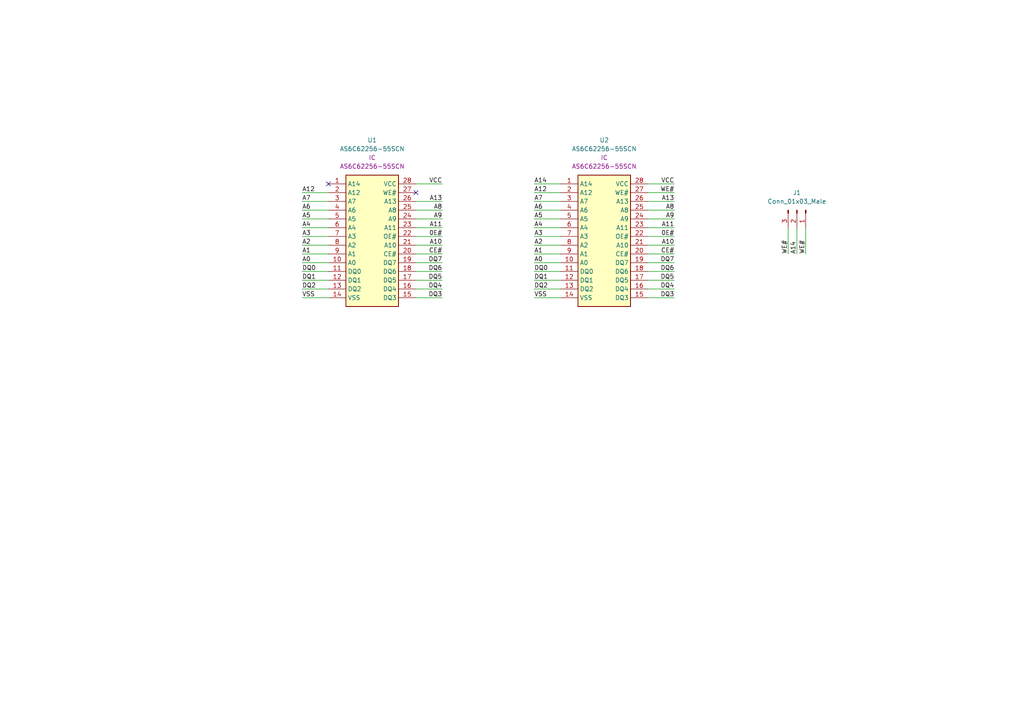
<source format=kicad_sch>
(kicad_sch (version 20211123) (generator eeschema)

  (uuid e76ca692-628a-4ac0-a633-8adada928bd6)

  (paper "A4")

  (lib_symbols
    (symbol "BBCB-SWRAM-32:AS6C62256-55SCN" (in_bom yes) (on_board yes)
      (property "Reference" "" (id 0) (at 0 0 0)
        (effects (font (size 1.27 1.27)))
      )
      (property "Value" "AS6C62256-55SCN" (id 1) (at 0 0 0)
        (effects (font (size 1.27 1.27)))
      )
      (property "Footprint" "" (id 2) (at 0 0 0)
        (effects (font (size 1.27 1.27)) hide)
      )
      (property "Datasheet" "" (id 3) (at 0 0 0)
        (effects (font (size 1.27 1.27)) hide)
      )
      (property "Reference_1" "IC" (id 4) (at 21.59 7.62 0)
        (effects (font (size 1.27 1.27)) (justify left top))
      )
      (property "Value_1" "AS6C62256-55SCN" (id 5) (at 21.59 5.08 0)
        (effects (font (size 1.27 1.27)) (justify left top))
      )
      (property "Footprint_1" "SOIC127P1181X305-28N" (id 6) (at 21.59 -94.92 0)
        (effects (font (size 1.27 1.27)) (justify left top) hide)
      )
      (property "Datasheet_1" "https://www.alliancememory.com/wp-content/uploads/pdf/AS6C62256.pdf" (id 7) (at 21.59 -194.92 0)
        (effects (font (size 1.27 1.27)) (justify left top) hide)
      )
      (property "Height" "3.048" (id 8) (at 21.59 -394.92 0)
        (effects (font (size 1.27 1.27)) (justify left top) hide)
      )
      (property "Mouser Part Number" "913-AS6C62256-55SCN" (id 9) (at 21.59 -494.92 0)
        (effects (font (size 1.27 1.27)) (justify left top) hide)
      )
      (property "Mouser Price/Stock" "https://www.mouser.co.uk/ProductDetail/Alliance-Memory/AS6C62256-55SCN?qs=LD2UibpCYJoDSireblKcbg%3D%3D" (id 10) (at 21.59 -594.92 0)
        (effects (font (size 1.27 1.27)) (justify left top) hide)
      )
      (property "Manufacturer_Name" "Alliance Memory" (id 11) (at 21.59 -694.92 0)
        (effects (font (size 1.27 1.27)) (justify left top) hide)
      )
      (property "Manufacturer_Part_Number" "AS6C62256-55SCN" (id 12) (at 21.59 -794.92 0)
        (effects (font (size 1.27 1.27)) (justify left top) hide)
      )
      (property "ki_description" "SRAM 256K, 2.7-5.5V, 55ns 32K x 8 Asynch SRAM" (id 13) (at 0 0 0)
        (effects (font (size 1.27 1.27)) hide)
      )
      (symbol "AS6C62256-55SCN_1_1"
        (rectangle (start 5.08 2.54) (end 20.32 -35.56)
          (stroke (width 0.254) (type default) (color 0 0 0 0))
          (fill (type background))
        )
        (pin passive line (at 0 0 0) (length 5.08)
          (name "A14" (effects (font (size 1.27 1.27))))
          (number "1" (effects (font (size 1.27 1.27))))
        )
        (pin passive line (at 0 -22.86 0) (length 5.08)
          (name "A0" (effects (font (size 1.27 1.27))))
          (number "10" (effects (font (size 1.27 1.27))))
        )
        (pin passive line (at 0 -25.4 0) (length 5.08)
          (name "DQ0" (effects (font (size 1.27 1.27))))
          (number "11" (effects (font (size 1.27 1.27))))
        )
        (pin passive line (at 0 -27.94 0) (length 5.08)
          (name "DQ1" (effects (font (size 1.27 1.27))))
          (number "12" (effects (font (size 1.27 1.27))))
        )
        (pin passive line (at 0 -30.48 0) (length 5.08)
          (name "DQ2" (effects (font (size 1.27 1.27))))
          (number "13" (effects (font (size 1.27 1.27))))
        )
        (pin passive line (at 0 -33.02 0) (length 5.08)
          (name "VSS" (effects (font (size 1.27 1.27))))
          (number "14" (effects (font (size 1.27 1.27))))
        )
        (pin passive line (at 25.4 -33.02 180) (length 5.08)
          (name "DQ3" (effects (font (size 1.27 1.27))))
          (number "15" (effects (font (size 1.27 1.27))))
        )
        (pin passive line (at 25.4 -30.48 180) (length 5.08)
          (name "DQ4" (effects (font (size 1.27 1.27))))
          (number "16" (effects (font (size 1.27 1.27))))
        )
        (pin passive line (at 25.4 -27.94 180) (length 5.08)
          (name "DQ5" (effects (font (size 1.27 1.27))))
          (number "17" (effects (font (size 1.27 1.27))))
        )
        (pin passive line (at 25.4 -25.4 180) (length 5.08)
          (name "DQ6" (effects (font (size 1.27 1.27))))
          (number "18" (effects (font (size 1.27 1.27))))
        )
        (pin passive line (at 25.4 -22.86 180) (length 5.08)
          (name "DQ7" (effects (font (size 1.27 1.27))))
          (number "19" (effects (font (size 1.27 1.27))))
        )
        (pin passive line (at 0 -2.54 0) (length 5.08)
          (name "A12" (effects (font (size 1.27 1.27))))
          (number "2" (effects (font (size 1.27 1.27))))
        )
        (pin passive line (at 25.4 -20.32 180) (length 5.08)
          (name "CE#" (effects (font (size 1.27 1.27))))
          (number "20" (effects (font (size 1.27 1.27))))
        )
        (pin passive line (at 25.4 -17.78 180) (length 5.08)
          (name "A10" (effects (font (size 1.27 1.27))))
          (number "21" (effects (font (size 1.27 1.27))))
        )
        (pin passive line (at 25.4 -15.24 180) (length 5.08)
          (name "OE#" (effects (font (size 1.27 1.27))))
          (number "22" (effects (font (size 1.27 1.27))))
        )
        (pin passive line (at 25.4 -12.7 180) (length 5.08)
          (name "A11" (effects (font (size 1.27 1.27))))
          (number "23" (effects (font (size 1.27 1.27))))
        )
        (pin passive line (at 25.4 -10.16 180) (length 5.08)
          (name "A9" (effects (font (size 1.27 1.27))))
          (number "24" (effects (font (size 1.27 1.27))))
        )
        (pin passive line (at 25.4 -7.62 180) (length 5.08)
          (name "A8" (effects (font (size 1.27 1.27))))
          (number "25" (effects (font (size 1.27 1.27))))
        )
        (pin passive line (at 25.4 -5.08 180) (length 5.08)
          (name "A13" (effects (font (size 1.27 1.27))))
          (number "26" (effects (font (size 1.27 1.27))))
        )
        (pin passive line (at 25.4 -2.54 180) (length 5.08)
          (name "WE#" (effects (font (size 1.27 1.27))))
          (number "27" (effects (font (size 1.27 1.27))))
        )
        (pin passive line (at 25.4 0 180) (length 5.08)
          (name "VCC" (effects (font (size 1.27 1.27))))
          (number "28" (effects (font (size 1.27 1.27))))
        )
        (pin passive line (at 0 -5.08 0) (length 5.08)
          (name "A7" (effects (font (size 1.27 1.27))))
          (number "3" (effects (font (size 1.27 1.27))))
        )
        (pin passive line (at 0 -7.62 0) (length 5.08)
          (name "A6" (effects (font (size 1.27 1.27))))
          (number "4" (effects (font (size 1.27 1.27))))
        )
        (pin passive line (at 0 -10.16 0) (length 5.08)
          (name "A5" (effects (font (size 1.27 1.27))))
          (number "5" (effects (font (size 1.27 1.27))))
        )
        (pin passive line (at 0 -12.7 0) (length 5.08)
          (name "A4" (effects (font (size 1.27 1.27))))
          (number "6" (effects (font (size 1.27 1.27))))
        )
        (pin passive line (at 0 -15.24 0) (length 5.08)
          (name "A3" (effects (font (size 1.27 1.27))))
          (number "7" (effects (font (size 1.27 1.27))))
        )
        (pin passive line (at 0 -17.78 0) (length 5.08)
          (name "A2" (effects (font (size 1.27 1.27))))
          (number "8" (effects (font (size 1.27 1.27))))
        )
        (pin passive line (at 0 -20.32 0) (length 5.08)
          (name "A1" (effects (font (size 1.27 1.27))))
          (number "9" (effects (font (size 1.27 1.27))))
        )
      )
    )
    (symbol "Connector:Conn_01x03_Male" (pin_names (offset 1.016) hide) (in_bom yes) (on_board yes)
      (property "Reference" "J" (id 0) (at 0 5.08 0)
        (effects (font (size 1.27 1.27)))
      )
      (property "Value" "Conn_01x03_Male" (id 1) (at 0 -5.08 0)
        (effects (font (size 1.27 1.27)))
      )
      (property "Footprint" "" (id 2) (at 0 0 0)
        (effects (font (size 1.27 1.27)) hide)
      )
      (property "Datasheet" "~" (id 3) (at 0 0 0)
        (effects (font (size 1.27 1.27)) hide)
      )
      (property "ki_keywords" "connector" (id 4) (at 0 0 0)
        (effects (font (size 1.27 1.27)) hide)
      )
      (property "ki_description" "Generic connector, single row, 01x03, script generated (kicad-library-utils/schlib/autogen/connector/)" (id 5) (at 0 0 0)
        (effects (font (size 1.27 1.27)) hide)
      )
      (property "ki_fp_filters" "Connector*:*_1x??_*" (id 6) (at 0 0 0)
        (effects (font (size 1.27 1.27)) hide)
      )
      (symbol "Conn_01x03_Male_1_1"
        (polyline
          (pts
            (xy 1.27 -2.54)
            (xy 0.8636 -2.54)
          )
          (stroke (width 0.1524) (type default) (color 0 0 0 0))
          (fill (type none))
        )
        (polyline
          (pts
            (xy 1.27 0)
            (xy 0.8636 0)
          )
          (stroke (width 0.1524) (type default) (color 0 0 0 0))
          (fill (type none))
        )
        (polyline
          (pts
            (xy 1.27 2.54)
            (xy 0.8636 2.54)
          )
          (stroke (width 0.1524) (type default) (color 0 0 0 0))
          (fill (type none))
        )
        (rectangle (start 0.8636 -2.413) (end 0 -2.667)
          (stroke (width 0.1524) (type default) (color 0 0 0 0))
          (fill (type outline))
        )
        (rectangle (start 0.8636 0.127) (end 0 -0.127)
          (stroke (width 0.1524) (type default) (color 0 0 0 0))
          (fill (type outline))
        )
        (rectangle (start 0.8636 2.667) (end 0 2.413)
          (stroke (width 0.1524) (type default) (color 0 0 0 0))
          (fill (type outline))
        )
        (pin passive line (at 5.08 2.54 180) (length 3.81)
          (name "Pin_1" (effects (font (size 1.27 1.27))))
          (number "1" (effects (font (size 1.27 1.27))))
        )
        (pin passive line (at 5.08 0 180) (length 3.81)
          (name "Pin_2" (effects (font (size 1.27 1.27))))
          (number "2" (effects (font (size 1.27 1.27))))
        )
        (pin passive line (at 5.08 -2.54 180) (length 3.81)
          (name "Pin_3" (effects (font (size 1.27 1.27))))
          (number "3" (effects (font (size 1.27 1.27))))
        )
      )
    )
  )


  (no_connect (at 120.65 55.88) (uuid 34ed7345-fe41-46b5-94b6-dcf7b7344ab5))
  (no_connect (at 95.25 53.34) (uuid 60565379-3a80-4115-b761-784f75ebdb34))

  (wire (pts (xy 87.63 86.36) (xy 95.25 86.36))
    (stroke (width 0) (type default) (color 0 0 0 0))
    (uuid 023ff7d4-bc94-4d22-8c99-9e2fc4b69504)
  )
  (wire (pts (xy 120.65 86.36) (xy 128.27 86.36))
    (stroke (width 0) (type default) (color 0 0 0 0))
    (uuid 0cf072ff-9781-4776-bdeb-43f4b43a5448)
  )
  (wire (pts (xy 120.65 71.12) (xy 128.27 71.12))
    (stroke (width 0) (type default) (color 0 0 0 0))
    (uuid 0fc6f64e-1015-4ff8-9996-9074cc207d04)
  )
  (wire (pts (xy 120.65 58.42) (xy 128.27 58.42))
    (stroke (width 0) (type default) (color 0 0 0 0))
    (uuid 12b9ecf5-b0cb-40d8-85b6-406fced9d17c)
  )
  (wire (pts (xy 187.96 66.04) (xy 195.58 66.04))
    (stroke (width 0) (type default) (color 0 0 0 0))
    (uuid 194ae8b8-26da-428d-b893-732db379512e)
  )
  (wire (pts (xy 87.63 73.66) (xy 95.25 73.66))
    (stroke (width 0) (type default) (color 0 0 0 0))
    (uuid 2927649e-84b9-431e-ae01-9ad6fb0310a8)
  )
  (wire (pts (xy 87.63 81.28) (xy 95.25 81.28))
    (stroke (width 0) (type default) (color 0 0 0 0))
    (uuid 2bf7996e-5053-4ee4-8800-b892afdc9ec0)
  )
  (wire (pts (xy 187.96 78.74) (xy 195.58 78.74))
    (stroke (width 0) (type default) (color 0 0 0 0))
    (uuid 2e6cb2f9-161d-4fc8-a6ec-fd8d18e0bcdd)
  )
  (wire (pts (xy 120.65 63.5) (xy 128.27 63.5))
    (stroke (width 0) (type default) (color 0 0 0 0))
    (uuid 32888cd8-1720-4aa4-9338-c0a58dd9ca99)
  )
  (wire (pts (xy 187.96 73.66) (xy 195.58 73.66))
    (stroke (width 0) (type default) (color 0 0 0 0))
    (uuid 3619f9a5-3f98-4d27-909e-68c69947c25e)
  )
  (wire (pts (xy 120.65 76.2) (xy 128.27 76.2))
    (stroke (width 0) (type default) (color 0 0 0 0))
    (uuid 3c81b6e9-add4-47b3-9154-1514d76cfe21)
  )
  (wire (pts (xy 154.94 81.28) (xy 162.56 81.28))
    (stroke (width 0) (type default) (color 0 0 0 0))
    (uuid 4c05aee2-5b73-4c85-92ab-94592a350c51)
  )
  (wire (pts (xy 154.94 86.36) (xy 162.56 86.36))
    (stroke (width 0) (type default) (color 0 0 0 0))
    (uuid 51ec83ab-3b36-48d8-8ef5-1ec240bd29ea)
  )
  (wire (pts (xy 187.96 58.42) (xy 195.58 58.42))
    (stroke (width 0) (type default) (color 0 0 0 0))
    (uuid 5234b5d2-4df3-410e-b010-58322e1509ea)
  )
  (wire (pts (xy 120.65 81.28) (xy 128.27 81.28))
    (stroke (width 0) (type default) (color 0 0 0 0))
    (uuid 5fcdcde3-347c-46df-82d1-9d6094947c9a)
  )
  (wire (pts (xy 120.65 53.34) (xy 128.27 53.34))
    (stroke (width 0) (type default) (color 0 0 0 0))
    (uuid 62f04b81-4a40-40a6-9394-7df79e2f188e)
  )
  (wire (pts (xy 120.65 78.74) (xy 128.27 78.74))
    (stroke (width 0) (type default) (color 0 0 0 0))
    (uuid 6e10fe70-fee3-4d83-a129-76797eaf7d55)
  )
  (wire (pts (xy 87.63 71.12) (xy 95.25 71.12))
    (stroke (width 0) (type default) (color 0 0 0 0))
    (uuid 718aa017-4f5d-4725-86d1-9aef2428cac3)
  )
  (wire (pts (xy 120.65 66.04) (xy 128.27 66.04))
    (stroke (width 0) (type default) (color 0 0 0 0))
    (uuid 792bfdab-fbeb-40f1-a277-9ccc78a8b712)
  )
  (wire (pts (xy 154.94 60.96) (xy 162.56 60.96))
    (stroke (width 0) (type default) (color 0 0 0 0))
    (uuid 7f4105bb-8e4e-4ae8-91b6-18f6ce8f5075)
  )
  (wire (pts (xy 228.6 66.04) (xy 228.6 73.66))
    (stroke (width 0) (type default) (color 0 0 0 0))
    (uuid 815feb9c-1b61-4b69-b112-27ad0164afcb)
  )
  (wire (pts (xy 231.14 66.04) (xy 231.14 73.66))
    (stroke (width 0) (type default) (color 0 0 0 0))
    (uuid 81b9f685-6b8e-4871-ab04-9967faa6969c)
  )
  (wire (pts (xy 187.96 71.12) (xy 195.58 71.12))
    (stroke (width 0) (type default) (color 0 0 0 0))
    (uuid 873e46fc-cb9e-4139-af4c-09bb61ff68dd)
  )
  (wire (pts (xy 154.94 78.74) (xy 162.56 78.74))
    (stroke (width 0) (type default) (color 0 0 0 0))
    (uuid 8eb624df-e635-4c0b-a93c-2130d259a2e9)
  )
  (wire (pts (xy 154.94 58.42) (xy 162.56 58.42))
    (stroke (width 0) (type default) (color 0 0 0 0))
    (uuid 8fc04736-1096-4c40-8c52-a2a6d5d66239)
  )
  (wire (pts (xy 154.94 73.66) (xy 162.56 73.66))
    (stroke (width 0) (type default) (color 0 0 0 0))
    (uuid 970d2467-00cd-4e2f-a432-225de17e8838)
  )
  (wire (pts (xy 87.63 58.42) (xy 95.25 58.42))
    (stroke (width 0) (type default) (color 0 0 0 0))
    (uuid 986077ae-e85d-4d24-984f-f248aa9cd718)
  )
  (wire (pts (xy 154.94 66.04) (xy 162.56 66.04))
    (stroke (width 0) (type default) (color 0 0 0 0))
    (uuid 9acc1f29-6a9c-4aba-a5e2-e006cb62481a)
  )
  (wire (pts (xy 154.94 68.58) (xy 162.56 68.58))
    (stroke (width 0) (type default) (color 0 0 0 0))
    (uuid a40a22fc-b96a-4ea5-96d1-0d03684f0cde)
  )
  (wire (pts (xy 87.63 55.88) (xy 95.25 55.88))
    (stroke (width 0) (type default) (color 0 0 0 0))
    (uuid a4d4fa8d-5741-4b6a-b8a3-c3d6c07cb87f)
  )
  (wire (pts (xy 87.63 76.2) (xy 95.25 76.2))
    (stroke (width 0) (type default) (color 0 0 0 0))
    (uuid ac3fa926-4586-4d50-91b3-81b945de5d9b)
  )
  (wire (pts (xy 154.94 55.88) (xy 162.56 55.88))
    (stroke (width 0) (type default) (color 0 0 0 0))
    (uuid ac73fc49-537b-4855-9853-afb643b839c6)
  )
  (wire (pts (xy 187.96 86.36) (xy 195.58 86.36))
    (stroke (width 0) (type default) (color 0 0 0 0))
    (uuid adeaeb6b-d1d6-480b-ad69-40a68414d0f3)
  )
  (wire (pts (xy 87.63 83.82) (xy 95.25 83.82))
    (stroke (width 0) (type default) (color 0 0 0 0))
    (uuid b109bfe6-92f2-4f1e-bb2a-6a5da1244565)
  )
  (wire (pts (xy 187.96 55.88) (xy 195.58 55.88))
    (stroke (width 0) (type default) (color 0 0 0 0))
    (uuid b4350184-a157-4fa3-8af5-39ad7e89031d)
  )
  (wire (pts (xy 154.94 76.2) (xy 162.56 76.2))
    (stroke (width 0) (type default) (color 0 0 0 0))
    (uuid b4c04951-2cb7-4d24-83e0-348c87c710ee)
  )
  (wire (pts (xy 87.63 68.58) (xy 95.25 68.58))
    (stroke (width 0) (type default) (color 0 0 0 0))
    (uuid ba4bfd86-bf5e-4631-952a-9543926c277d)
  )
  (wire (pts (xy 187.96 68.58) (xy 195.58 68.58))
    (stroke (width 0) (type default) (color 0 0 0 0))
    (uuid c0174cd4-3ae9-4f58-9066-4ce9806ff66f)
  )
  (wire (pts (xy 154.94 53.34) (xy 162.56 53.34))
    (stroke (width 0) (type default) (color 0 0 0 0))
    (uuid c1a5c945-dd40-49e7-bc1f-729f40d0d6be)
  )
  (wire (pts (xy 154.94 83.82) (xy 162.56 83.82))
    (stroke (width 0) (type default) (color 0 0 0 0))
    (uuid c216e1b4-1e21-4b15-90b6-5a63979ae19e)
  )
  (wire (pts (xy 187.96 60.96) (xy 195.58 60.96))
    (stroke (width 0) (type default) (color 0 0 0 0))
    (uuid c8e297d8-2026-4879-a1f3-f3a80a59ea7a)
  )
  (wire (pts (xy 154.94 63.5) (xy 162.56 63.5))
    (stroke (width 0) (type default) (color 0 0 0 0))
    (uuid c9a31038-8716-4de9-bd73-7a34b651206e)
  )
  (wire (pts (xy 87.63 66.04) (xy 95.25 66.04))
    (stroke (width 0) (type default) (color 0 0 0 0))
    (uuid c9ca6de6-35d2-4726-8883-3e93da689932)
  )
  (wire (pts (xy 154.94 71.12) (xy 162.56 71.12))
    (stroke (width 0) (type default) (color 0 0 0 0))
    (uuid ccbd1bf4-0520-4b00-b92a-15f267248cc4)
  )
  (wire (pts (xy 187.96 76.2) (xy 195.58 76.2))
    (stroke (width 0) (type default) (color 0 0 0 0))
    (uuid cd2cff0d-c17d-4bad-b8f0-e9bf68ebd33d)
  )
  (wire (pts (xy 120.65 83.82) (xy 128.27 83.82))
    (stroke (width 0) (type default) (color 0 0 0 0))
    (uuid ce000bb6-abd7-4f8b-904c-cc858bc9236c)
  )
  (wire (pts (xy 187.96 81.28) (xy 195.58 81.28))
    (stroke (width 0) (type default) (color 0 0 0 0))
    (uuid cf5309ba-650d-44a8-afe8-b5a99b6d3bfb)
  )
  (wire (pts (xy 87.63 63.5) (xy 95.25 63.5))
    (stroke (width 0) (type default) (color 0 0 0 0))
    (uuid cf866381-c083-4209-b7af-5916e00bd14b)
  )
  (wire (pts (xy 87.63 60.96) (xy 95.25 60.96))
    (stroke (width 0) (type default) (color 0 0 0 0))
    (uuid d0ac854a-a56a-4bf1-b3ca-fda4cf1606a3)
  )
  (wire (pts (xy 187.96 83.82) (xy 195.58 83.82))
    (stroke (width 0) (type default) (color 0 0 0 0))
    (uuid d334f41c-637d-49d3-93f7-9f1d0e3baebd)
  )
  (wire (pts (xy 233.68 66.04) (xy 233.68 73.66))
    (stroke (width 0) (type default) (color 0 0 0 0))
    (uuid d3390ca3-41ba-46b7-a4e2-b24e612a6740)
  )
  (wire (pts (xy 120.65 73.66) (xy 128.27 73.66))
    (stroke (width 0) (type default) (color 0 0 0 0))
    (uuid d9dd46d8-ea0e-4898-be99-3d5b5f8ef563)
  )
  (wire (pts (xy 120.65 60.96) (xy 128.27 60.96))
    (stroke (width 0) (type default) (color 0 0 0 0))
    (uuid de8a8347-d76f-4de1-b5c3-233143b50d8a)
  )
  (wire (pts (xy 87.63 78.74) (xy 95.25 78.74))
    (stroke (width 0) (type default) (color 0 0 0 0))
    (uuid e6467c71-8361-4b6d-9f8a-aad2a51833d6)
  )
  (wire (pts (xy 120.65 68.58) (xy 128.27 68.58))
    (stroke (width 0) (type default) (color 0 0 0 0))
    (uuid ea099bb5-1753-4ea5-96c6-2d1f7bfe63e7)
  )
  (wire (pts (xy 187.96 63.5) (xy 195.58 63.5))
    (stroke (width 0) (type default) (color 0 0 0 0))
    (uuid ee9dc91b-3070-444c-ace3-ed28bfc19125)
  )
  (wire (pts (xy 187.96 53.34) (xy 195.58 53.34))
    (stroke (width 0) (type default) (color 0 0 0 0))
    (uuid fc3b8184-b414-4637-a19f-3c53a185d3d8)
  )

  (label "A11" (at 128.27 66.04 180)
    (effects (font (size 1.27 1.27)) (justify right bottom))
    (uuid 02f9ed4d-dfce-44ca-9480-75f665fa03f9)
  )
  (label "0E#" (at 195.58 68.58 180)
    (effects (font (size 1.27 1.27)) (justify right bottom))
    (uuid 036d5dc5-90d1-4567-b592-68c3ba8f8a85)
  )
  (label "A6" (at 154.94 60.96 0)
    (effects (font (size 1.27 1.27)) (justify left bottom))
    (uuid 04f0c0b6-c083-4b1a-bf9c-712622e0d06a)
  )
  (label "A8" (at 195.58 60.96 180)
    (effects (font (size 1.27 1.27)) (justify right bottom))
    (uuid 1422fdc5-0e67-4ab4-b4ad-1f899a85185b)
  )
  (label "DQ3" (at 128.27 86.36 180)
    (effects (font (size 1.27 1.27)) (justify right bottom))
    (uuid 14bc8783-df20-4b36-bf98-468f9c831c62)
  )
  (label "DQ5" (at 195.58 81.28 180)
    (effects (font (size 1.27 1.27)) (justify right bottom))
    (uuid 16f3986a-36ff-45cc-891c-50a02d02d064)
  )
  (label "WE#" (at 195.58 55.88 180)
    (effects (font (size 1.27 1.27)) (justify right bottom))
    (uuid 1bcea70b-4801-4eeb-9437-1b50cb8bb0fc)
  )
  (label "A3" (at 154.94 68.58 0)
    (effects (font (size 1.27 1.27)) (justify left bottom))
    (uuid 21ae0e7d-ad54-41bf-804d-f0e4cf215a07)
  )
  (label "DQ3" (at 195.58 86.36 180)
    (effects (font (size 1.27 1.27)) (justify right bottom))
    (uuid 3b140002-ee24-4a7d-b3d9-75fe2487f405)
  )
  (label "A14" (at 154.94 53.34 0)
    (effects (font (size 1.27 1.27)) (justify left bottom))
    (uuid 3bd27b64-8a3b-4b3f-9831-e0be7a750365)
  )
  (label "A7" (at 87.63 58.42 0)
    (effects (font (size 1.27 1.27)) (justify left bottom))
    (uuid 3e786675-b720-42d8-91c9-ef0acd243cdf)
  )
  (label "DQ0" (at 154.94 78.74 0)
    (effects (font (size 1.27 1.27)) (justify left bottom))
    (uuid 42438847-49c8-43c7-8551-afac7e40177e)
  )
  (label "A5" (at 87.63 63.5 0)
    (effects (font (size 1.27 1.27)) (justify left bottom))
    (uuid 447e0b8c-1e13-47f1-b843-43dfda3a147c)
  )
  (label "A4" (at 154.94 66.04 0)
    (effects (font (size 1.27 1.27)) (justify left bottom))
    (uuid 46ec8921-1d19-48e2-912c-62a0d7eb6df2)
  )
  (label "A11" (at 195.58 66.04 180)
    (effects (font (size 1.27 1.27)) (justify right bottom))
    (uuid 50829386-7d28-4c05-bbd4-b0ea81420a71)
  )
  (label "DQ2" (at 87.63 83.82 0)
    (effects (font (size 1.27 1.27)) (justify left bottom))
    (uuid 54a09c87-8879-42db-b5df-6c3d4f4f7ef4)
  )
  (label "A1" (at 87.63 73.66 0)
    (effects (font (size 1.27 1.27)) (justify left bottom))
    (uuid 54ab00b7-5db1-4656-b593-c90b95946d9c)
  )
  (label "DQ7" (at 128.27 76.2 180)
    (effects (font (size 1.27 1.27)) (justify right bottom))
    (uuid 5aeac4d4-c56c-4262-b40e-770c0ebb42fb)
  )
  (label "DQ4" (at 128.27 83.82 180)
    (effects (font (size 1.27 1.27)) (justify right bottom))
    (uuid 5b0b881b-44c3-4d11-b1be-59f67d9d4f60)
  )
  (label "0E#" (at 128.27 68.58 180)
    (effects (font (size 1.27 1.27)) (justify right bottom))
    (uuid 5d8718f7-fc1f-4b56-9db9-820224f7f449)
  )
  (label "VCC" (at 128.27 53.34 180)
    (effects (font (size 1.27 1.27)) (justify right bottom))
    (uuid 6385b6eb-3cc7-43db-bad4-e436289fd9da)
  )
  (label "A13" (at 128.27 58.42 180)
    (effects (font (size 1.27 1.27)) (justify right bottom))
    (uuid 67dfdff7-02a2-4488-b7dd-0ac30b7f1def)
  )
  (label "DQ6" (at 195.58 78.74 180)
    (effects (font (size 1.27 1.27)) (justify right bottom))
    (uuid 6cbcb2bd-455b-452c-9eb3-95940e2d54a2)
  )
  (label "A3" (at 87.63 68.58 0)
    (effects (font (size 1.27 1.27)) (justify left bottom))
    (uuid 6e8f1a65-1157-4bc2-9614-4b4d3514988f)
  )
  (label "A8" (at 128.27 60.96 180)
    (effects (font (size 1.27 1.27)) (justify right bottom))
    (uuid 72fb8ad3-74e1-4afc-9a63-fcc2ba8fad4b)
  )
  (label "A9" (at 195.58 63.5 180)
    (effects (font (size 1.27 1.27)) (justify right bottom))
    (uuid 7b653769-69d9-4a97-b5e2-238a2916c37a)
  )
  (label "WE#" (at 233.68 73.66 90)
    (effects (font (size 1.27 1.27)) (justify left bottom))
    (uuid 7b9386b4-cae5-4443-9bb1-e585d54a4824)
  )
  (label "CE#" (at 128.27 73.66 180)
    (effects (font (size 1.27 1.27)) (justify right bottom))
    (uuid 7d8217c8-65e6-42ec-8c21-541fa998e17d)
  )
  (label "DQ1" (at 154.94 81.28 0)
    (effects (font (size 1.27 1.27)) (justify left bottom))
    (uuid 83d51338-3bf6-423b-8508-a6fcf9e2c960)
  )
  (label "CE#" (at 195.58 73.66 180)
    (effects (font (size 1.27 1.27)) (justify right bottom))
    (uuid 8866c421-b686-462a-aa4c-e23c2cec683d)
  )
  (label "A10" (at 195.58 71.12 180)
    (effects (font (size 1.27 1.27)) (justify right bottom))
    (uuid 8a130a12-6e31-4c82-88f7-0af9b7992f85)
  )
  (label "DQ0" (at 87.63 78.74 0)
    (effects (font (size 1.27 1.27)) (justify left bottom))
    (uuid 912d76c4-cf29-47c7-9f2f-a99da46fc01f)
  )
  (label "A10" (at 128.27 71.12 180)
    (effects (font (size 1.27 1.27)) (justify right bottom))
    (uuid 979dfe05-1501-40f9-9980-3988fdd30831)
  )
  (label "VSS" (at 87.63 86.36 0)
    (effects (font (size 1.27 1.27)) (justify left bottom))
    (uuid 9be78cee-bd39-41b6-9bec-34953ee1f981)
  )
  (label "A7" (at 154.94 58.42 0)
    (effects (font (size 1.27 1.27)) (justify left bottom))
    (uuid 9f50fe75-e4a2-4d09-8e44-43f5511b039b)
  )
  (label "DQ7" (at 195.58 76.2 180)
    (effects (font (size 1.27 1.27)) (justify right bottom))
    (uuid a030e343-3f0f-481a-b5cd-d51c3713c9e2)
  )
  (label "A2" (at 87.63 71.12 0)
    (effects (font (size 1.27 1.27)) (justify left bottom))
    (uuid a453171e-e51d-45d5-a183-40c1f838e78d)
  )
  (label "A12" (at 87.63 55.88 0)
    (effects (font (size 1.27 1.27)) (justify left bottom))
    (uuid a9e5aa95-d96c-4bb7-9a57-eb9f7bf08407)
  )
  (label "VCC" (at 195.58 53.34 180)
    (effects (font (size 1.27 1.27)) (justify right bottom))
    (uuid aaeb45b0-dffe-4860-8f01-6122d9356842)
  )
  (label "A4" (at 87.63 66.04 0)
    (effects (font (size 1.27 1.27)) (justify left bottom))
    (uuid ab653219-8929-44f9-98d2-f594e9cb5654)
  )
  (label "DQ6" (at 128.27 78.74 180)
    (effects (font (size 1.27 1.27)) (justify right bottom))
    (uuid b4dfac7f-2060-4183-bd51-600f81395fa8)
  )
  (label "DQ4" (at 195.58 83.82 180)
    (effects (font (size 1.27 1.27)) (justify right bottom))
    (uuid b4f6c6c3-484c-4304-ac0b-55e682f6726a)
  )
  (label "A13" (at 195.58 58.42 180)
    (effects (font (size 1.27 1.27)) (justify right bottom))
    (uuid c3e52ebd-ff1e-4d69-b2af-a057e1e27b99)
  )
  (label "A1" (at 154.94 73.66 0)
    (effects (font (size 1.27 1.27)) (justify left bottom))
    (uuid c76756f4-ecf6-4264-a72b-59e742bf9e6e)
  )
  (label "A12" (at 154.94 55.88 0)
    (effects (font (size 1.27 1.27)) (justify left bottom))
    (uuid c90aa884-4ae3-4590-aa76-3c52ef2a2bb6)
  )
  (label "A6" (at 87.63 60.96 0)
    (effects (font (size 1.27 1.27)) (justify left bottom))
    (uuid cb796709-6a23-46ca-832d-fa2169df2bf4)
  )
  (label "DQ2" (at 154.94 83.82 0)
    (effects (font (size 1.27 1.27)) (justify left bottom))
    (uuid d19f27de-7b5a-4181-b2de-66630cb5402b)
  )
  (label "A5" (at 154.94 63.5 0)
    (effects (font (size 1.27 1.27)) (justify left bottom))
    (uuid da9c5fe3-b43a-47d4-8307-151bf284c23d)
  )
  (label "VSS" (at 154.94 86.36 0)
    (effects (font (size 1.27 1.27)) (justify left bottom))
    (uuid e2659864-e30d-475b-b86b-1f68652acf66)
  )
  (label "A14" (at 231.14 73.66 90)
    (effects (font (size 1.27 1.27)) (justify left bottom))
    (uuid e62fd038-525d-4475-b6b9-f92a32102a28)
  )
  (label "DQ1" (at 87.63 81.28 0)
    (effects (font (size 1.27 1.27)) (justify left bottom))
    (uuid eac03d1a-f08d-4e79-84d8-24fba6f513e7)
  )
  (label "A9" (at 128.27 63.5 180)
    (effects (font (size 1.27 1.27)) (justify right bottom))
    (uuid eb05610e-4b35-40ff-a1cf-bc7462bcce8e)
  )
  (label "A2" (at 154.94 71.12 0)
    (effects (font (size 1.27 1.27)) (justify left bottom))
    (uuid f05901fb-0407-4eec-b991-e1521c473bf5)
  )
  (label "A0" (at 87.63 76.2 0)
    (effects (font (size 1.27 1.27)) (justify left bottom))
    (uuid f2849749-2061-4ea7-867f-e7ce3b661d84)
  )
  (label "A0" (at 154.94 76.2 0)
    (effects (font (size 1.27 1.27)) (justify left bottom))
    (uuid f6dabce9-c735-4916-89f0-6ab04fc095b2)
  )
  (label "DQ5" (at 128.27 81.28 180)
    (effects (font (size 1.27 1.27)) (justify right bottom))
    (uuid f92b4737-fb91-4996-9dec-0f7e40945cb5)
  )
  (label "WE#" (at 228.6 73.66 90)
    (effects (font (size 1.27 1.27)) (justify left bottom))
    (uuid f933dfff-4c7c-4c26-ba18-220c5fc63b23)
  )

  (symbol (lib_id "BBCB-SWRAM-32:AS6C62256-55SCN") (at 95.25 53.34 0) (unit 1)
    (in_bom yes) (on_board yes) (fields_autoplaced)
    (uuid 3a06bb4e-6975-482c-ade3-6b49fea09771)
    (property "Reference" "U1" (id 0) (at 107.95 40.64 0))
    (property "Value" "AS6C62256-55SCN" (id 1) (at 107.95 43.18 0))
    (property "Footprint" "Package_DIP:DIP-28_W15.24mm" (id 2) (at 95.25 53.34 0)
      (effects (font (size 1.27 1.27)) hide)
    )
    (property "Datasheet" "" (id 3) (at 95.25 53.34 0)
      (effects (font (size 1.27 1.27)) hide)
    )
    (property "Reference_1" "IC" (id 4) (at 107.95 45.72 0))
    (property "Value_1" "AS6C62256-55SCN" (id 5) (at 107.95 48.26 0))
    (property "Footprint_1" "SOIC127P1181X305-28N" (id 6) (at 116.84 148.26 0)
      (effects (font (size 1.27 1.27)) (justify left top) hide)
    )
    (property "Datasheet_1" "https://www.alliancememory.com/wp-content/uploads/pdf/AS6C62256.pdf" (id 7) (at 116.84 248.26 0)
      (effects (font (size 1.27 1.27)) (justify left top) hide)
    )
    (property "Height" "3.048" (id 8) (at 116.84 448.26 0)
      (effects (font (size 1.27 1.27)) (justify left top) hide)
    )
    (property "Mouser Part Number" "913-AS6C62256-55SCN" (id 9) (at 116.84 548.26 0)
      (effects (font (size 1.27 1.27)) (justify left top) hide)
    )
    (property "Mouser Price/Stock" "https://www.mouser.co.uk/ProductDetail/Alliance-Memory/AS6C62256-55SCN?qs=LD2UibpCYJoDSireblKcbg%3D%3D" (id 10) (at 116.84 648.26 0)
      (effects (font (size 1.27 1.27)) (justify left top) hide)
    )
    (property "Manufacturer_Name" "Alliance Memory" (id 11) (at 116.84 748.26 0)
      (effects (font (size 1.27 1.27)) (justify left top) hide)
    )
    (property "Manufacturer_Part_Number" "AS6C62256-55SCN" (id 12) (at 116.84 848.26 0)
      (effects (font (size 1.27 1.27)) (justify left top) hide)
    )
    (pin "1" (uuid 0004f3d9-a4c9-410b-8685-526114bf898c))
    (pin "10" (uuid 988941ec-bdfe-470a-a0be-1feefd8f0928))
    (pin "11" (uuid 8856fb1e-1ce4-4e85-85d6-6c4a17e8855c))
    (pin "12" (uuid e275f32c-88fb-42ee-972d-dc3c94732ed5))
    (pin "13" (uuid 2418214a-4c85-4415-b37c-44848f0e4fd7))
    (pin "14" (uuid 4106e92d-607a-465f-bf12-d6029b01e4ca))
    (pin "15" (uuid 5184b146-2038-4820-97c6-3efde2e1b6cc))
    (pin "16" (uuid c796ceb8-8c4f-42fa-9640-96391b8a13a0))
    (pin "17" (uuid 03f1a9e5-64f7-4100-95a9-1f82df17879c))
    (pin "18" (uuid 3f71993b-845c-4932-8887-ea244247fac6))
    (pin "19" (uuid dd349bc4-7da3-4d87-9f58-d6b4648188b3))
    (pin "2" (uuid d38024bd-5ca1-4e34-9512-ddbdbaacbe1d))
    (pin "20" (uuid b5198c0b-a6a5-4d67-a503-7f66bf00438d))
    (pin "21" (uuid b63783de-8d26-4eed-9773-20e262145728))
    (pin "22" (uuid d6de8750-205c-4cdb-951a-40df0c47fdba))
    (pin "23" (uuid f9c5f128-b3b6-48eb-9fe9-fe8b066d5ec5))
    (pin "24" (uuid 8aeedbc0-42c4-4cff-a738-d35daf5d336c))
    (pin "25" (uuid 98f8a332-0d79-4d14-8c73-c4502b7770ca))
    (pin "26" (uuid b0520407-628b-4e11-8987-2823670c513f))
    (pin "27" (uuid d4c783ef-900f-4fb7-982c-b0be3315bc61))
    (pin "28" (uuid 201f6020-f345-43af-bbf8-7c3087776055))
    (pin "3" (uuid 736ddd15-2dab-4345-9bf2-2e5ba805d9c9))
    (pin "4" (uuid 53381605-739d-4779-ac8e-dbdab31b9ffd))
    (pin "5" (uuid cf4bbc8a-45c5-46b1-8eb2-f0ec05d3e6e1))
    (pin "6" (uuid dfb0b37d-1b31-491a-9a43-2be106dc55e8))
    (pin "7" (uuid 8e3ff0a2-dc77-4746-a9b9-a1753b9a6ac9))
    (pin "8" (uuid 2577d739-6210-41e8-b4cf-fa9891c5a5d2))
    (pin "9" (uuid fe48d740-48ea-46e8-8e66-af446f452b48))
  )

  (symbol (lib_id "Connector:Conn_01x03_Male") (at 231.14 60.96 270) (unit 1)
    (in_bom yes) (on_board yes) (fields_autoplaced)
    (uuid 610c9898-653d-4e01-a2a1-45b8809d6705)
    (property "Reference" "J1" (id 0) (at 231.14 55.88 90))
    (property "Value" "Conn_01x03_Male" (id 1) (at 231.14 58.42 90))
    (property "Footprint" "Connector_PinHeader_2.54mm:PinHeader_1x03_P2.54mm_Horizontal" (id 2) (at 231.14 60.96 0)
      (effects (font (size 1.27 1.27)) hide)
    )
    (property "Datasheet" "~" (id 3) (at 231.14 60.96 0)
      (effects (font (size 1.27 1.27)) hide)
    )
    (pin "1" (uuid dc59c669-519c-4124-8e6c-83100b341fd0))
    (pin "2" (uuid 9b4408bf-24c9-4aa1-a556-882c63dce581))
    (pin "3" (uuid 67ce43ea-afd7-40b4-b36b-4e20800ef711))
  )

  (symbol (lib_id "BBCB-SWRAM-32:AS6C62256-55SCN") (at 162.56 53.34 0) (unit 1)
    (in_bom yes) (on_board yes) (fields_autoplaced)
    (uuid 885bb794-760d-49b6-860f-71878cf864cb)
    (property "Reference" "U2" (id 0) (at 175.26 40.64 0))
    (property "Value" "AS6C62256-55SCN" (id 1) (at 175.26 43.18 0))
    (property "Footprint" "AliExpress_Stuff:AS6C62256-55SCN" (id 2) (at 162.56 53.34 0)
      (effects (font (size 1.27 1.27)) hide)
    )
    (property "Datasheet" "" (id 3) (at 162.56 53.34 0)
      (effects (font (size 1.27 1.27)) hide)
    )
    (property "Reference_1" "IC" (id 4) (at 175.26 45.72 0))
    (property "Value_1" "AS6C62256-55SCN" (id 5) (at 175.26 48.26 0))
    (property "Footprint_1" "SOIC127P1181X305-28N" (id 6) (at 184.15 148.26 0)
      (effects (font (size 1.27 1.27)) (justify left top) hide)
    )
    (property "Datasheet_1" "https://www.alliancememory.com/wp-content/uploads/pdf/AS6C62256.pdf" (id 7) (at 184.15 248.26 0)
      (effects (font (size 1.27 1.27)) (justify left top) hide)
    )
    (property "Height" "3.048" (id 8) (at 184.15 448.26 0)
      (effects (font (size 1.27 1.27)) (justify left top) hide)
    )
    (property "Mouser Part Number" "913-AS6C62256-55SCN" (id 9) (at 184.15 548.26 0)
      (effects (font (size 1.27 1.27)) (justify left top) hide)
    )
    (property "Mouser Price/Stock" "https://www.mouser.co.uk/ProductDetail/Alliance-Memory/AS6C62256-55SCN?qs=LD2UibpCYJoDSireblKcbg%3D%3D" (id 10) (at 184.15 648.26 0)
      (effects (font (size 1.27 1.27)) (justify left top) hide)
    )
    (property "Manufacturer_Name" "Alliance Memory" (id 11) (at 184.15 748.26 0)
      (effects (font (size 1.27 1.27)) (justify left top) hide)
    )
    (property "Manufacturer_Part_Number" "AS6C62256-55SCN" (id 12) (at 184.15 848.26 0)
      (effects (font (size 1.27 1.27)) (justify left top) hide)
    )
    (pin "1" (uuid af10d797-4b9a-4096-a726-b92277d314ea))
    (pin "10" (uuid 2ead04d0-230b-4ddd-9f65-ea5b5b79c033))
    (pin "11" (uuid f373eb28-4ce9-4be9-9387-08458ea622e3))
    (pin "12" (uuid f369f6e0-afa3-472f-9166-a96a5cddd10c))
    (pin "13" (uuid 8496b3e3-13fc-4b7e-ab71-9e67da238b22))
    (pin "14" (uuid 970b64d7-4de6-4334-b06e-52cf873f7fe0))
    (pin "15" (uuid f2aa8f9a-0069-4f44-a7bd-18fa1db29d4b))
    (pin "16" (uuid 4dca46f4-eb5b-4fc0-92f9-35aee946c282))
    (pin "17" (uuid 5147a18a-82aa-4fa8-8848-992997d926db))
    (pin "18" (uuid 9f74d8ec-4a40-4b45-96c3-244122aeae70))
    (pin "19" (uuid f8840b4f-4e2b-4df6-a3ab-601c717d03d4))
    (pin "2" (uuid 63192496-3838-4bcd-93d9-038172244743))
    (pin "20" (uuid 952096d4-67b9-43ef-a2e7-4998461ed3f2))
    (pin "21" (uuid 82d320ce-443f-4678-b48a-b74def3f3439))
    (pin "22" (uuid e05ef09b-ffc2-4bb5-bfd4-4fba2bd0ee5f))
    (pin "23" (uuid 3eae1313-b9a3-4ef6-992f-c965f6f77571))
    (pin "24" (uuid ac773e5a-cc56-44df-9959-9b32e1c439fb))
    (pin "25" (uuid 3828b7c8-4704-4ff5-893d-9a9c1a92dafb))
    (pin "26" (uuid 55c18366-7bd8-4cd8-bb0b-0a600ad9491f))
    (pin "27" (uuid 60ea96ae-bd44-49f4-aaa2-115198cca3c8))
    (pin "28" (uuid 537ec89d-af24-49bc-bf6c-43fd9b38e01e))
    (pin "3" (uuid a3d94cef-f7b8-40b2-8cbf-9c069be896fc))
    (pin "4" (uuid 49acdd25-50c3-418f-a219-059754074fdb))
    (pin "5" (uuid ef41e5b0-2310-4dc5-a3b8-54a0bf215526))
    (pin "6" (uuid c79a9de3-562b-477f-af6c-0027d03ab216))
    (pin "7" (uuid cd3b01d0-4206-4a52-9b69-0055c8c8fb45))
    (pin "8" (uuid 85c9a0a9-d35a-4f86-92e0-32200d8f9f4d))
    (pin "9" (uuid f22a3d7e-66d3-41ba-b42f-b5dc28749af7))
  )

  (sheet_instances
    (path "/" (page "1"))
  )

  (symbol_instances
    (path "/610c9898-653d-4e01-a2a1-45b8809d6705"
      (reference "J1") (unit 1) (value "Conn_01x03_Male") (footprint "Connector_PinHeader_2.54mm:PinHeader_1x03_P2.54mm_Horizontal")
    )
    (path "/3a06bb4e-6975-482c-ade3-6b49fea09771"
      (reference "U1") (unit 1) (value "AS6C62256-55SCN") (footprint "Package_DIP:DIP-28_W15.24mm")
    )
    (path "/885bb794-760d-49b6-860f-71878cf864cb"
      (reference "U2") (unit 1) (value "AS6C62256-55SCN") (footprint "AliExpress_Stuff:AS6C62256-55SCN")
    )
  )
)

</source>
